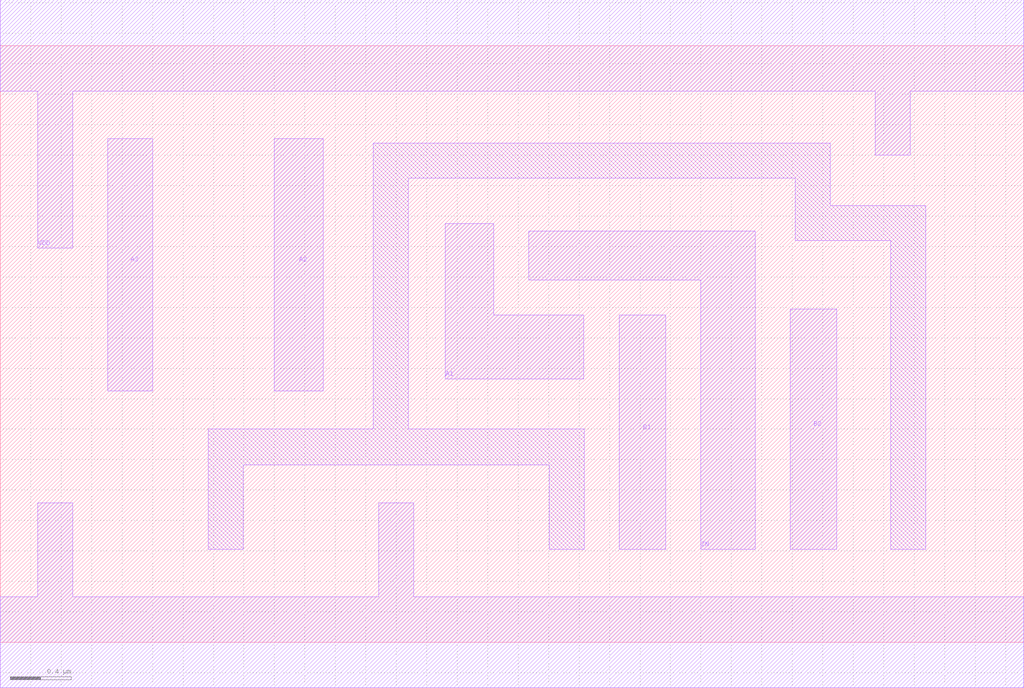
<source format=lef>
# Copyright 2022 GlobalFoundries PDK Authors
#
# Licensed under the Apache License, Version 2.0 (the "License");
# you may not use this file except in compliance with the License.
# You may obtain a copy of the License at
#
#      http://www.apache.org/licenses/LICENSE-2.0
#
# Unless required by applicable law or agreed to in writing, software
# distributed under the License is distributed on an "AS IS" BASIS,
# WITHOUT WARRANTIES OR CONDITIONS OF ANY KIND, either express or implied.
# See the License for the specific language governing permissions and
# limitations under the License.

MACRO gf180mcu_fd_sc_mcu7t5v0__oai32_1
  CLASS core ;
  FOREIGN gf180mcu_fd_sc_mcu7t5v0__oai32_1 0.0 0.0 ;
  ORIGIN 0 0 ;
  SYMMETRY X Y ;
  SITE GF018hv5v_mcu_sc7 ;
  SIZE 6.72 BY 3.92 ;
  PIN A1
    DIRECTION INPUT ;
    ANTENNAGATEAREA 1.102 ;
    PORT
      LAYER METAL1 ;
        POLYGON 2.92 1.73 3.83 1.73 3.83 2.15 3.24 2.15 3.24 2.75 2.92 2.75  ;
    END
  END A1
  PIN A2
    DIRECTION INPUT ;
    ANTENNAGATEAREA 1.102 ;
    PORT
      LAYER METAL1 ;
        POLYGON 1.8 1.65 2.12 1.65 2.12 3.31 1.8 3.31  ;
    END
  END A2
  PIN A3
    DIRECTION INPUT ;
    ANTENNAGATEAREA 1.102 ;
    PORT
      LAYER METAL1 ;
        POLYGON 0.705 1.65 1 1.65 1 3.31 0.705 3.31  ;
    END
  END A3
  PIN B1
    DIRECTION INPUT ;
    ANTENNAGATEAREA 1.102 ;
    PORT
      LAYER METAL1 ;
        POLYGON 4.065 0.61 4.37 0.61 4.37 2.15 4.065 2.15  ;
    END
  END B1
  PIN B2
    DIRECTION INPUT ;
    ANTENNAGATEAREA 1.102 ;
    PORT
      LAYER METAL1 ;
        POLYGON 5.185 0.61 5.49 0.61 5.49 2.19 5.185 2.19  ;
    END
  END B2
  PIN ZN
    DIRECTION OUTPUT ;
    ANTENNADIFFAREA 1.3048 ;
    PORT
      LAYER METAL1 ;
        POLYGON 3.47 2.38 4.6 2.38 4.6 0.61 4.955 0.61 4.955 2.7 3.47 2.7  ;
    END
  END ZN
  PIN VDD
    DIRECTION INOUT ;
    USE power ;
    SHAPE ABUTMENT ;
    PORT
      LAYER METAL1 ;
        POLYGON 0 3.62 0.245 3.62 0.245 2.59 0.475 2.59 0.475 3.62 5.745 3.62 5.745 3.2 5.975 3.2 5.975 3.62 6.075 3.62 6.72 3.62 6.72 4.22 6.075 4.22 0 4.22  ;
    END
  END VDD
  PIN VSS
    DIRECTION INOUT ;
    USE ground ;
    SHAPE ABUTMENT ;
    PORT
      LAYER METAL1 ;
        POLYGON 0 -0.3 6.72 -0.3 6.72 0.3 2.715 0.3 2.715 0.915 2.485 0.915 2.485 0.3 0.475 0.3 0.475 0.915 0.245 0.915 0.245 0.3 0 0.3  ;
    END
  END VSS
  OBS
      LAYER METAL1 ;
        POLYGON 2.68 3.05 5.22 3.05 5.22 2.64 5.845 2.64 5.845 0.61 6.075 0.61 6.075 2.87 5.45 2.87 5.45 3.28 2.45 3.28 2.45 1.4 1.365 1.4 1.365 0.61 1.595 0.61 1.595 1.165 3.605 1.165 3.605 0.61 3.835 0.61 3.835 1.4 2.68 1.4  ;
  END
END gf180mcu_fd_sc_mcu7t5v0__oai32_1

</source>
